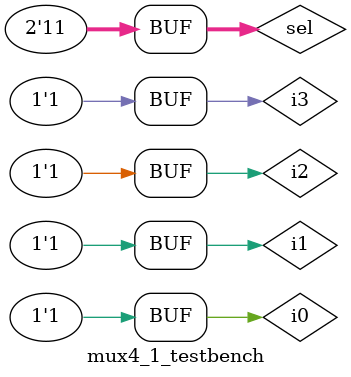
<source format=sv>
`timescale 1ns/10ps
module mux4_1(out, i0, i1, i2, i3, sel);
	output logic out;
	input logic i0, i1 ,i2, i3;
	input logic [1:0] sel;
	
	logic out1, out2;
	
	
	mux2_1 mux1 (out1, i0, i1, sel[0]);
	mux2_1 mux2 (out2, i2, i3, sel[0]);
	mux2_1 muxFinal (out, out1, out2, sel[1]);
endmodule 

module mux4_1_testbench();
	logic i0, i1, i2, i3, out;
	logic [1:0] sel;
	
	mux4_1 dut (.out, .i0, .i1, .i2, .i3, .sel);
	
	initial begin
		sel[1]=0; i0=0; i1=0; i2=0; i3=0; sel[0]=0;#10;
		sel[1]=0; i0=0; i1=0; i2=0; i3=1; sel[0]=0;#10;
		sel[1]=0; i0=0; i1=0; i2=1; i3=0; sel[0]=0;#10;
		sel[1]=0; i0=0; i1=0; i2=1; i3=1; sel[0]=0;#10;
		sel[1]=0; i0=0; i1=1; i2=0; i3=0; sel[0]=1;#10;
		sel[1]=0; i0=0; i1=1; i2=0; i3=1; sel[0]=1;#10;
		sel[1]=0; i0=0; i1=1; i2=1; i3=0; sel[0]=1;#10;
		sel[1]=0; i0=0; i1=1; i2=1; i3=1; sel[0]=1;#10;
		sel[1]=1; i0=1; i1=0; i2=0; i3=0; sel[0]=0;#10;
		sel[1]=1; i0=1; i1=0; i2=0; i3=1; sel[0]=0;#10;
		sel[1]=1; i0=1; i1=0; i2=1; i3=0; sel[0]=0;#10;
		sel[1]=1; i0=1; i1=0; i2=1; i3=1; sel[0]=0;#10;
		sel[1]=1; i0=1; i1=1; i2=0; i3=0; sel[0]=1;#10;
		sel[1]=1; i0=1; i1=1; i2=0; i3=1; sel[0]=1;#10;
		sel[1]=1; i0=1; i1=1; i2=1; i3=0; sel[0]=1;#10;
		sel[1]=1; i0=1; i1=1; i2=1; i3=1; sel[0]=1;#10;
	end
endmodule
	
</source>
